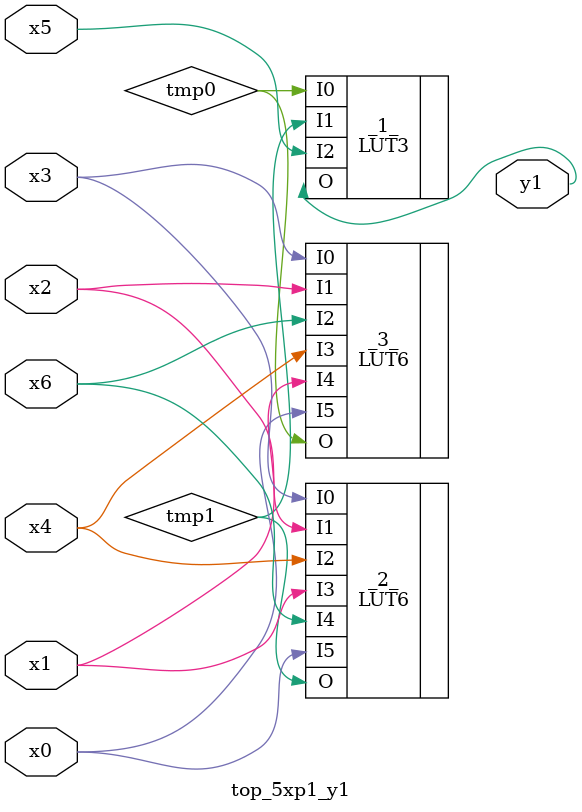
<source format=v>
/* Generated by Yosys 0.33 (git sha1 2584903a060) */
// https://github.com/lsils/SCE-benchmarks/blob/main/MCNC/original/5xp1.v
module top_5xp1_y1 (
    x0,
    x1,
    x2,
    x3,
    x4,
    x5,
    x6,
    y1
);
  input x0;
  wire x0;
  input x1;
  wire x1;
  input x2;
  wire x2;
  input x3;
  wire x3;
  input x4;
  wire x4;
  input x5;
  wire x5;
  input x6;
  wire x6;
  output y1;
  wire y1;
  wire tmp0;
  wire tmp1;
  LUT3 #(
      .INIT(8'hc5)
  ) _1_ (
      .I0(tmp0),
      .I1(tmp1),
      .I2(x5),
      .O (y1)
  );
  LUT6 #(
      .INIT(64'h00000f0f00077fff)
  ) _2_ (
      .I0(x3),
      .I1(x2),
      .I2(x4),
      .I3(x1),
      .I4(x6),
      .I5(x0),
      .O (tmp1)
  );
  LUT6 #(
      .INIT(64'h010f0f3f0fff0fff)
  ) _3_ (
      .I0(x3),
      .I1(x2),
      .I2(x6),
      .I3(x4),
      .I4(x1),
      .I5(x0),
      .O (tmp0)
  );
  // CHECK: (LUT 197 x5 (LUT 16557099417599 x0 x6 x1 x4 x2 x3) (LUT 76296482214318079 x0 x1 x4 x6 x2 x3))
endmodule

</source>
